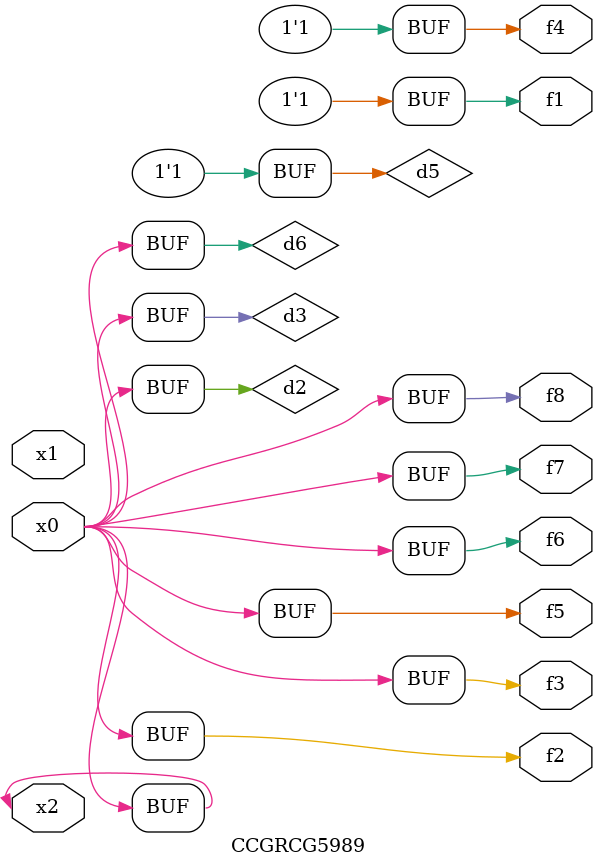
<source format=v>
module CCGRCG5989(
	input x0, x1, x2,
	output f1, f2, f3, f4, f5, f6, f7, f8
);

	wire d1, d2, d3, d4, d5, d6;

	xnor (d1, x2);
	buf (d2, x0, x2);
	and (d3, x0);
	xnor (d4, x1, x2);
	nand (d5, d1, d3);
	buf (d6, d2, d3);
	assign f1 = d5;
	assign f2 = d6;
	assign f3 = d6;
	assign f4 = d5;
	assign f5 = d6;
	assign f6 = d6;
	assign f7 = d6;
	assign f8 = d6;
endmodule

</source>
